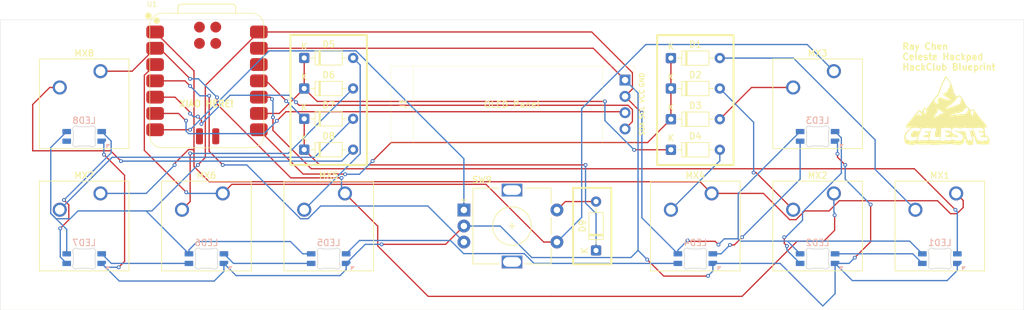
<source format=kicad_pcb>
(kicad_pcb (version 20241229) (generator "pcbnew") (generator_version "9.0")
  (layers (0 "F.Cu" signal) (2 "B.Cu" signal) (13 "F.Paste" user) (15 "B.Paste" user) (5 "F.SilkS" user "F.Silkscreen") (7 "B.SilkS" user "B.Silkscreen") (1 "F.Mask" user) (3 "B.Mask" user) (25 "Edge.Cuts" user))
  (net 0 "")
  (net 1 "row1")
  (net 2 "Net-(D1-A)")
  (net 3 "Net-(D2-A)")
  (net 4 "Net-(D3-A)")
  (net 5 "Net-(D4-A)")
  (net 6 "row2")
  (net 7 "Net-(D5-A)")
  (net 8 "Net-(D6-A)")
  (net 9 "Net-(D7-A)")
  (net 10 "row3")
  (net 11 "Net-(D8-A)")
  (net 12 "EC11SWA")
  (net 13 "VCC")
  (net 14 "led")
  (net 15 "Net-(LED1-DOUT)")
  (net 16 "GND")
  (net 17 "Net-(LED2-DOUT)")
  (net 18 "Net-(LED3-DOUT)")
  (net 19 "Net-(LED4-DOUT)")
  (net 20 "Net-(LED5-DOUT)")
  (net 21 "Net-(LED6-DOUT)")
  (net 22 "Net-(LED7-DOUT)")
  (net 24 "SCL")
  (net 25 "SDA")
  (net 26 "col1")
  (net 27 "col2")
  (net 28 "EC11SWB")
  (net 29 "EC11B")
  (net 30 "EC11A")
  (footprint "Button_Switch_Keyboard:SW_Cherry_MX_1.00u_PCB" (layer "F.Cu") (at 51.3557 43.7356)
    (property "Reference" "MX8")
    (property "Value" "MX_SW_HS")
  )
  (footprint "Diode_THT:D_DO-35_SOD27_P7.62mm_Horizontal" (layer "F.Cu") (at 140.2556 51.2188)
    (property "Reference" "D3")
    (property "Value" "D")
  )
  (footprint "Button_Switch_Keyboard:SW_Cherry_MX_1.00u_PCB" (layer "F.Cu") (at 184.7057 62.7856)
    (property "Reference" "MX1")
    (property "Value" "MX_SW_HS")
  )
  (footprint "Diode_THT:D_DO-35_SOD27_P7.62mm_Horizontal" (layer "F.Cu") (at 83.1056 55.9594)
    (property "Reference" "D8")
    (property "Value" "D")
  )
  (footprint "XIAO:RotaryEncoder_Alps_EC11E-Switch_Vertical_H20mm" (layer "F.Cu") (at 115.4907 67.8656)
    (property "Reference" "SW9")
    (property "Value" "EC11")
  )
  (footprint "Button_Switch_Keyboard:SW_Cherry_MX_1.00u_PCB" (layer "F.Cu") (at 70.4057 62.7856)
    (property "Reference" "MX6")
    (property "Value" "MX_SW_HS")
  )
  (footprint "Diode_THT:D_DO-35_SOD27_P7.62mm_Horizontal" (layer "F.Cu") (at 83.1056 41.6719)
    (property "Reference" "D5")
    (property "Value" "D")
  )
  (footprint "Button_Switch_Keyboard:SW_Cherry_MX_1.00u_PCB" (layer "F.Cu") (at 165.6557 43.7356)
    (property "Reference" "MX3")
    (property "Value" "MX_SW_HS")
  )
  (footprint "Diode_THT:D_DO-35_SOD27_P7.62mm_Horizontal" (layer "F.Cu") (at 128.5875 71.6756 90)
    (property "Reference" "D9")
    (property "Value" "D")
  )
  (footprint "Diode_THT:D_DO-35_SOD27_P7.62mm_Horizontal" (layer "F.Cu") (at 83.1056 51.1531)
    (property "Reference" "D7")
    (property "Value" "D")
  )
  (footprint "Diode_THT:D_DO-35_SOD27_P7.62mm_Horizontal" (layer "F.Cu") (at 83.1056 46.4344)
    (property "Reference" "D6")
    (property "Value" "D")
  )
  (footprint "XIAO:XIAO-RP2040-SMD" (layer "F.Cu") (at 67.8657 45.2438)
    (property "Reference" "U1")
    (property "Value" "XIAO-RP2040-SMD")
  )
  (footprint "local:celeste_logo" (layer "F.Cu") (at 183.35625 50.00625)
    (property "Reference" "G***" (hide yes))
    (property "Value" "LOGO" (hide yes))
  )
  (footprint "Button_Switch_Keyboard:SW_Cherry_MX_1.00u_PCB" (layer "F.Cu") (at 146.6057 62.7856)
    (property "Reference" "MX4")
    (property "Value" "MX_SW_HS")
  )
  (footprint "OLED:SSD1306-0.91-OLED-4pin-128x32" (layer "F.Cu") (at 96.6056 42.9306)
    (property "Reference" "J1")
    (property "Value" "OLED")
  )
  (footprint "Diode_THT:D_DO-35_SOD27_P7.62mm_Horizontal" (layer "F.Cu") (at 140.2556 46.4344)
    (property "Reference" "D2")
    (property "Value" "D")
  )
  (footprint "Button_Switch_Keyboard:SW_Cherry_MX_1.00u_PCB" (layer "F.Cu") (at 165.6557 62.7856)
    (property "Reference" "MX2")
    (property "Value" "MX_SW_HS")
  )
  (footprint "Diode_THT:D_DO-35_SOD27_P7.62mm_Horizontal" (layer "F.Cu") (at 140.2556 41.6938)
    (property "Reference" "D1")
    (property "Value" "D")
  )
  (footprint "Button_Switch_Keyboard:SW_Cherry_MX_1.00u_PCB" (layer "F.Cu") (at 51.3557 62.7856)
    (property "Reference" "MX7")
    (property "Value" "MX_SW_HS")
  )
  (footprint "Button_Switch_Keyboard:SW_Cherry_MX_1.00u_PCB" (layer "F.Cu") (at 89.4557 62.7856)
    (property "Reference" "MX5")
    (property "Value" "MX_SW_HS")
  )
  (footprint "Diode_THT:D_DO-35_SOD27_P7.62mm_Horizontal" (layer "F.Cu") (at 140.2556 55.9813)
    (property "Reference" "D4")
    (property "Value" "D")
  )
  (footprint "MX:LED_MX_6028R" (layer "B.Cu") (at 67.8657 67.8656 180)
    (property "Reference" "LED6")
    (property "Value" "MX_SK6812MINI-E")
    (fp_line (start 1.699999 -5.782841) (end 1.699999 -4.377157) (stroke (width 0.1)) (layer "Edge.Cuts"))
    (fp_line (start 0.794452 -3.58) (end -0.794453 -3.58) (stroke (width 0.1)) (layer "Edge.Cuts"))
    (fp_line (start -0.794452 -6.579999) (end 0.794452 -6.579999) (stroke (width 0.1)) (layer "Edge.Cuts"))
    (fp_line (start -1.699999 -4.377157) (end -1.699999 -5.782841) (stroke (width 0.1)) (layer "Edge.Cuts"))
    (fp_arc (start 1.749484 -4.160279) (mid 1.712526 -4.265931) (end 1.699999 -4.377157) (stroke (width 0.1)) (layer "Edge.Cuts"))
    (fp_arc (start 1.749484 -4.160279) (mid 1.638072 -3.575964) (end 1.046711 -3.5117) (stroke (width 0.1)) (layer "Edge.Cuts"))
    (fp_arc (start 1.699999 -5.782842) (mid 1.712536 -5.894064) (end 1.749484 -5.999719) (stroke (width 0.1)) (layer "Edge.Cuts"))
    (fp_arc (start 1.046711 -6.648296) (mid 1.63807 -6.584033) (end 1.749484 -5.999719) (stroke (width 0.1)) (layer "Edge.Cuts"))
    (fp_arc (start 1.04671 -6.648298) (mid 0.925122 -6.597376) (end 0.794452 -6.579999) (stroke (width 0.1)) (layer "Edge.Cuts"))
    (fp_arc (start 0.794453 -3.579999) (mid 0.925123 -3.562622) (end 1.046711 -3.5117) (stroke (width 0.1)) (layer "Edge.Cuts"))
    (fp_arc (start -0.794452 -6.579999) (mid -0.925123 -6.597376) (end -1.046711 -6.648298) (stroke (width 0.1)) (layer "Edge.Cuts"))
    (fp_arc (start -1.046711 -3.511701) (mid -0.925123 -3.562623) (end -0.794453 -3.58) (stroke (width 0.1)) (layer "Edge.Cuts"))
    (fp_arc (start -1.046711 -3.511701) (mid -1.63807 -3.575965) (end -1.749484 -4.160279) (stroke (width 0.1)) (layer "Edge.Cuts"))
    (fp_arc (start -1.699999 -4.377156) (mid -1.712527 -4.265931) (end -1.749484 -4.160279) (stroke (width 0.1)) (layer "Edge.Cuts"))
    (fp_arc (start -1.749484 -5.999718) (mid -1.638072 -6.584034) (end -1.046711 -6.648298) (stroke (width 0.1)) (layer "Edge.Cuts"))
    (fp_arc (start -1.749484 -5.999719) (mid -1.712527 -5.894067) (end -1.699999 -5.782841) (stroke (width 0.1)) (layer "Edge.Cuts"))
  )
  (footprint "MX:LED_MX_6028R" (layer "B.Cu") (at 182.1657 67.8656 180)
    (property "Reference" "LED1")
    (property "Value" "MX_SK6812MINI-E")
    (fp_line (start 1.699999 -5.782841) (end 1.699999 -4.377157) (stroke (width 0.1)) (layer "Edge.Cuts"))
    (fp_line (start 0.794452 -3.58) (end -0.794453 -3.58) (stroke (width 0.1)) (layer "Edge.Cuts"))
    (fp_line (start -0.794452 -6.579999) (end 0.794452 -6.579999) (stroke (width 0.1)) (layer "Edge.Cuts"))
    (fp_line (start -1.699999 -4.377157) (end -1.699999 -5.782841) (stroke (width 0.1)) (layer "Edge.Cuts"))
    (fp_arc (start 1.749484 -4.160279) (mid 1.712526 -4.265931) (end 1.699999 -4.377157) (stroke (width 0.1)) (layer "Edge.Cuts"))
    (fp_arc (start 1.749484 -4.160279) (mid 1.638072 -3.575964) (end 1.046711 -3.5117) (stroke (width 0.1)) (layer "Edge.Cuts"))
    (fp_arc (start 1.699999 -5.782842) (mid 1.712536 -5.894064) (end 1.749484 -5.999719) (stroke (width 0.1)) (layer "Edge.Cuts"))
    (fp_arc (start 1.046711 -6.648296) (mid 1.63807 -6.584033) (end 1.749484 -5.999719) (stroke (width 0.1)) (layer "Edge.Cuts"))
    (fp_arc (start 1.04671 -6.648298) (mid 0.925122 -6.597376) (end 0.794452 -6.579999) (stroke (width 0.1)) (layer "Edge.Cuts"))
    (fp_arc (start 0.794453 -3.579999) (mid 0.925123 -3.562622) (end 1.046711 -3.5117) (stroke (width 0.1)) (layer "Edge.Cuts"))
    (fp_arc (start -0.794452 -6.579999) (mid -0.925123 -6.597376) (end -1.046711 -6.648298) (stroke (width 0.1)) (layer "Edge.Cuts"))
    (fp_arc (start -1.046711 -3.511701) (mid -0.925123 -3.562623) (end -0.794453 -3.58) (stroke (width 0.1)) (layer "Edge.Cuts"))
    (fp_arc (start -1.046711 -3.511701) (mid -1.63807 -3.575965) (end -1.749484 -4.160279) (stroke (width 0.1)) (layer "Edge.Cuts"))
    (fp_arc (start -1.699999 -4.377156) (mid -1.712527 -4.265931) (end -1.749484 -4.160279) (stroke (width 0.1)) (layer "Edge.Cuts"))
    (fp_arc (start -1.749484 -5.999718) (mid -1.638072 -6.584034) (end -1.046711 -6.648298) (stroke (width 0.1)) (layer "Edge.Cuts"))
    (fp_arc (start -1.749484 -5.999719) (mid -1.712527 -5.894067) (end -1.699999 -5.782841) (stroke (width 0.1)) (layer "Edge.Cuts"))
  )
  (footprint "MX:LED_MX_6028R" (layer "B.Cu") (at 48.8157 67.8656 180)
    (property "Reference" "LED7")
    (property "Value" "MX_SK6812MINI-E")
    (fp_line (start 1.699999 -5.782841) (end 1.699999 -4.377157) (stroke (width 0.1)) (layer "Edge.Cuts"))
    (fp_line (start 0.794452 -3.58) (end -0.794453 -3.58) (stroke (width 0.1)) (layer "Edge.Cuts"))
    (fp_line (start -0.794452 -6.579999) (end 0.794452 -6.579999) (stroke (width 0.1)) (layer "Edge.Cuts"))
    (fp_line (start -1.699999 -4.377157) (end -1.699999 -5.782841) (stroke (width 0.1)) (layer "Edge.Cuts"))
    (fp_arc (start 1.749484 -4.160279) (mid 1.712526 -4.265931) (end 1.699999 -4.377157) (stroke (width 0.1)) (layer "Edge.Cuts"))
    (fp_arc (start 1.749484 -4.160279) (mid 1.638072 -3.575964) (end 1.046711 -3.5117) (stroke (width 0.1)) (layer "Edge.Cuts"))
    (fp_arc (start 1.699999 -5.782842) (mid 1.712536 -5.894064) (end 1.749484 -5.999719) (stroke (width 0.1)) (layer "Edge.Cuts"))
    (fp_arc (start 1.046711 -6.648296) (mid 1.63807 -6.584033) (end 1.749484 -5.999719) (stroke (width 0.1)) (layer "Edge.Cuts"))
    (fp_arc (start 1.04671 -6.648298) (mid 0.925122 -6.597376) (end 0.794452 -6.579999) (stroke (width 0.1)) (layer "Edge.Cuts"))
    (fp_arc (start 0.794453 -3.579999) (mid 0.925123 -3.562622) (end 1.046711 -3.5117) (stroke (width 0.1)) (layer "Edge.Cuts"))
    (fp_arc (start -0.794452 -6.579999) (mid -0.925123 -6.597376) (end -1.046711 -6.648298) (stroke (width 0.1)) (layer "Edge.Cuts"))
    (fp_arc (start -1.046711 -3.511701) (mid -0.925123 -3.562623) (end -0.794453 -3.58) (stroke (width 0.1)) (layer "Edge.Cuts"))
    (fp_arc (start -1.046711 -3.511701) (mid -1.63807 -3.575965) (end -1.749484 -4.160279) (stroke (width 0.1)) (layer "Edge.Cuts"))
    (fp_arc (start -1.699999 -4.377156) (mid -1.712527 -4.265931) (end -1.749484 -4.160279) (stroke (width 0.1)) (layer "Edge.Cuts"))
    (fp_arc (start -1.749484 -5.999718) (mid -1.638072 -6.584034) (end -1.046711 -6.648298) (stroke (width 0.1)) (layer "Edge.Cuts"))
    (fp_arc (start -1.749484 -5.999719) (mid -1.712527 -5.894067) (end -1.699999 -5.782841) (stroke (width 0.1)) (layer "Edge.Cuts"))
  )
  (footprint "MX:LED_MX_6028R" (layer "B.Cu") (at 48.8157 48.8156 180)
    (property "Reference" "LED8")
    (property "Value" "MX_SK6812MINI-E")
    (fp_line (start 1.699999 -5.782841) (end 1.699999 -4.377157) (stroke (width 0.1)) (layer "Edge.Cuts"))
    (fp_line (start 0.794452 -3.58) (end -0.794453 -3.58) (stroke (width 0.1)) (layer "Edge.Cuts"))
    (fp_line (start -0.794452 -6.579999) (end 0.794452 -6.579999) (stroke (width 0.1)) (layer "Edge.Cuts"))
    (fp_line (start -1.699999 -4.377157) (end -1.699999 -5.782841) (stroke (width 0.1)) (layer "Edge.Cuts"))
    (fp_arc (start 1.749484 -4.160279) (mid 1.712526 -4.265931) (end 1.699999 -4.377157) (stroke (width 0.1)) (layer "Edge.Cuts"))
    (fp_arc (start 1.749484 -4.160279) (mid 1.638072 -3.575964) (end 1.046711 -3.5117) (stroke (width 0.1)) (layer "Edge.Cuts"))
    (fp_arc (start 1.699999 -5.782842) (mid 1.712536 -5.894064) (end 1.749484 -5.999719) (stroke (width 0.1)) (layer "Edge.Cuts"))
    (fp_arc (start 1.046711 -6.648296) (mid 1.63807 -6.584033) (end 1.749484 -5.999719) (stroke (width 0.1)) (layer "Edge.Cuts"))
    (fp_arc (start 1.04671 -6.648298) (mid 0.925122 -6.597376) (end 0.794452 -6.579999) (stroke (width 0.1)) (layer "Edge.Cuts"))
    (fp_arc (start 0.794453 -3.579999) (mid 0.925123 -3.562622) (end 1.046711 -3.5117) (stroke (width 0.1)) (layer "Edge.Cuts"))
    (fp_arc (start -0.794452 -6.579999) (mid -0.925123 -6.597376) (end -1.046711 -6.648298) (stroke (width 0.1)) (layer "Edge.Cuts"))
    (fp_arc (start -1.046711 -3.511701) (mid -0.925123 -3.562623) (end -0.794453 -3.58) (stroke (width 0.1)) (layer "Edge.Cuts"))
    (fp_arc (start -1.046711 -3.511701) (mid -1.63807 -3.575965) (end -1.749484 -4.160279) (stroke (width 0.1)) (layer "Edge.Cuts"))
    (fp_arc (start -1.699999 -4.377156) (mid -1.712527 -4.265931) (end -1.749484 -4.160279) (stroke (width 0.1)) (layer "Edge.Cuts"))
    (fp_arc (start -1.749484 -5.999718) (mid -1.638072 -6.584034) (end -1.046711 -6.648298) (stroke (width 0.1)) (layer "Edge.Cuts"))
    (fp_arc (start -1.749484 -5.999719) (mid -1.712527 -5.894067) (end -1.699999 -5.782841) (stroke (width 0.1)) (layer "Edge.Cuts"))
  )
  (footprint "MX:LED_MX_6028R" (layer "B.Cu") (at 163.1157 48.8156 180)
    (property "Reference" "LED3")
    (property "Value" "MX_SK6812MINI-E")
    (fp_line (start 1.699999 -5.782841) (end 1.699999 -4.377157) (stroke (width 0.1)) (layer "Edge.Cuts"))
    (fp_line (start 0.794452 -3.58) (end -0.794453 -3.58) (stroke (width 0.1)) (layer "Edge.Cuts"))
    (fp_line (start -0.794452 -6.579999) (end 0.794452 -6.579999) (stroke (width 0.1)) (layer "Edge.Cuts"))
    (fp_line (start -1.699999 -4.377157) (end -1.699999 -5.782841) (stroke (width 0.1)) (layer "Edge.Cuts"))
    (fp_arc (start 1.749484 -4.160279) (mid 1.712526 -4.265931) (end 1.699999 -4.377157) (stroke (width 0.1)) (layer "Edge.Cuts"))
    (fp_arc (start 1.749484 -4.160279) (mid 1.638072 -3.575964) (end 1.046711 -3.5117) (stroke (width 0.1)) (layer "Edge.Cuts"))
    (fp_arc (start 1.699999 -5.782842) (mid 1.712536 -5.894064) (end 1.749484 -5.999719) (stroke (width 0.1)) (layer "Edge.Cuts"))
    (fp_arc (start 1.046711 -6.648296) (mid 1.63807 -6.584033) (end 1.749484 -5.999719) (stroke (width 0.1)) (layer "Edge.Cuts"))
    (fp_arc (start 1.04671 -6.648298) (mid 0.925122 -6.597376) (end 0.794452 -6.579999) (stroke (width 0.1)) (layer "Edge.Cuts"))
    (fp_arc (start 0.794453 -3.579999) (mid 0.925123 -3.562622) (end 1.046711 -3.5117) (stroke (width 0.1)) (layer "Edge.Cuts"))
    (fp_arc (start -0.794452 -6.579999) (mid -0.925123 -6.597376) (end -1.046711 -6.648298) (stroke (width 0.1)) (layer "Edge.Cuts"))
    (fp_arc (start -1.046711 -3.511701) (mid -0.925123 -3.562623) (end -0.794453 -3.58) (stroke (width 0.1)) (layer "Edge.Cuts"))
    (fp_arc (start -1.046711 -3.511701) (mid -1.63807 -3.575965) (end -1.749484 -4.160279) (stroke (width 0.1)) (layer "Edge.Cuts"))
    (fp_arc (start -1.699999 -4.377156) (mid -1.712527 -4.265931) (end -1.749484 -4.160279) (stroke (width 0.1)) (layer "Edge.Cuts"))
    (fp_arc (start -1.749484 -5.999718) (mid -1.638072 -6.584034) (end -1.046711 -6.648298) (stroke (width 0.1)) (layer "Edge.Cuts"))
    (fp_arc (start -1.749484 -5.999719) (mid -1.712527 -5.894067) (end -1.699999 -5.782841) (stroke (width 0.1)) (layer "Edge.Cuts"))
  )
  (footprint "MX:LED_MX_6028R" (layer "B.Cu") (at 86.9157 67.8656 180)
    (property "Reference" "LED5")
    (property "Value" "MX_SK6812MINI-E")
    (fp_line (start 1.699999 -5.782841) (end 1.699999 -4.377157) (stroke (width 0.1)) (layer "Edge.Cuts"))
    (fp_line (start 0.794452 -3.58) (end -0.794453 -3.58) (stroke (width 0.1)) (layer "Edge.Cuts"))
    (fp_line (start -0.794452 -6.579999) (end 0.794452 -6.579999) (stroke (width 0.1)) (layer "Edge.Cuts"))
    (fp_line (start -1.699999 -4.377157) (end -1.699999 -5.782841) (stroke (width 0.1)) (layer "Edge.Cuts"))
    (fp_arc (start 1.749484 -4.160279) (mid 1.712526 -4.265931) (end 1.699999 -4.377157) (stroke (width 0.1)) (layer "Edge.Cuts"))
    (fp_arc (start 1.749484 -4.160279) (mid 1.638072 -3.575964) (end 1.046711 -3.5117) (stroke (width 0.1)) (layer "Edge.Cuts"))
    (fp_arc (start 1.699999 -5.782842) (mid 1.712536 -5.894064) (end 1.749484 -5.999719) (stroke (width 0.1)) (layer "Edge.Cuts"))
    (fp_arc (start 1.046711 -6.648296) (mid 1.63807 -6.584033) (end 1.749484 -5.999719) (stroke (width 0.1)) (layer "Edge.Cuts"))
    (fp_arc (start 1.04671 -6.648298) (mid 0.925122 -6.597376) (end 0.794452 -6.579999) (stroke (width 0.1)) (layer "Edge.Cuts"))
    (fp_arc (start 0.794453 -3.579999) (mid 0.925123 -3.562622) (end 1.046711 -3.5117) (stroke (width 0.1)) (layer "Edge.Cuts"))
    (fp_arc (start -0.794452 -6.579999) (mid -0.925123 -6.597376) (end -1.046711 -6.648298) (stroke (width 0.1)) (layer "Edge.Cuts"))
    (fp_arc (start -1.046711 -3.511701) (mid -0.925123 -3.562623) (end -0.794453 -3.58) (stroke (width 0.1)) (layer "Edge.Cuts"))
    (fp_arc (start -1.046711 -3.511701) (mid -1.63807 -3.575965) (end -1.749484 -4.160279) (stroke (width 0.1)) (layer "Edge.Cuts"))
    (fp_arc (start -1.699999 -4.377156) (mid -1.712527 -4.265931) (end -1.749484 -4.160279) (stroke (width 0.1)) (layer "Edge.Cuts"))
    (fp_arc (start -1.749484 -5.999718) (mid -1.638072 -6.584034) (end -1.046711 -6.648298) (stroke (width 0.1)) (layer "Edge.Cuts"))
    (fp_arc (start -1.749484 -5.999719) (mid -1.712527 -5.894067) (end -1.699999 -5.782841) (stroke (width 0.1)) (layer "Edge.Cuts"))
  )
  (footprint "MX:LED_MX_6028R" (layer "B.Cu") (at 163.1157 67.8656 180)
    (property "Reference" "LED2")
    (property "Value" "MX_SK6812MINI-E")
    (fp_line (start 1.699999 -5.782841) (end 1.699999 -4.377157) (stroke (width 0.1)) (layer "Edge.Cuts"))
    (fp_line (start 0.794452 -3.58) (end -0.794453 -3.58) (stroke (width 0.1)) (layer "Edge.Cuts"))
    (fp_line (start -0.794452 -6.579999) (end 0.794452 -6.579999) (stroke (width 0.1)) (layer "Edge.Cuts"))
    (fp_line (start -1.699999 -4.377157) (end -1.699999 -5.782841) (stroke (width 0.1)) (layer "Edge.Cuts"))
    (fp_arc (start 1.749484 -4.160279) (mid 1.712526 -4.265931) (end 1.699999 -4.377157) (stroke (width 0.1)) (layer "Edge.Cuts"))
    (fp_arc (start 1.749484 -4.160279) (mid 1.638072 -3.575964) (end 1.046711 -3.5117) (stroke (width 0.1)) (layer "Edge.Cuts"))
    (fp_arc (start 1.699999 -5.782842) (mid 1.712536 -5.894064) (end 1.749484 -5.999719) (stroke (width 0.1)) (layer "Edge.Cuts"))
    (fp_arc (start 1.046711 -6.648296) (mid 1.63807 -6.584033) (end 1.749484 -5.999719) (stroke (width 0.1)) (layer "Edge.Cuts"))
    (fp_arc (start 1.04671 -6.648298) (mid 0.925122 -6.597376) (end 0.794452 -6.579999) (stroke (width 0.1)) (layer "Edge.Cuts"))
    (fp_arc (start 0.794453 -3.579999) (mid 0.925123 -3.562622) (end 1.046711 -3.5117) (stroke (width 0.1)) (layer "Edge.Cuts"))
    (fp_arc (start -0.794452 -6.579999) (mid -0.925123 -6.597376) (end -1.046711 -6.648298) (stroke (width 0.1)) (layer "Edge.Cuts"))
    (fp_arc (start -1.046711 -3.511701) (mid -0.925123 -3.562623) (end -0.794453 -3.58) (stroke (width 0.1)) (layer "Edge.Cuts"))
    (fp_arc (start -1.046711 -3.511701) (mid -1.63807 -3.575965) (end -1.749484 -4.160279) (stroke (width 0.1)) (layer "Edge.Cuts"))
    (fp_arc (start -1.699999 -4.377156) (mid -1.712527 -4.265931) (end -1.749484 -4.160279) (stroke (width 0.1)) (layer "Edge.Cuts"))
    (fp_arc (start -1.749484 -5.999718) (mid -1.638072 -6.584034) (end -1.046711 -6.648298) (stroke (width 0.1)) (layer "Edge.Cuts"))
    (fp_arc (start -1.749484 -5.999719) (mid -1.712527 -5.894067) (end -1.699999 -5.782841) (stroke (width 0.1)) (layer "Edge.Cuts"))
  )
  (footprint "MX:LED_MX_6028R" (layer "B.Cu") (at 144.0657 67.8656 180)
    (property "Reference" "LED4")
    (property "Value" "MX_SK6812MINI-E")
    (fp_line (start 1.699999 -5.782841) (end 1.699999 -4.377157) (stroke (width 0.1)) (layer "Edge.Cuts"))
    (fp_line (start 0.794452 -3.58) (end -0.794453 -3.58) (stroke (width 0.1)) (layer "Edge.Cuts"))
    (fp_line (start -0.794452 -6.579999) (end 0.794452 -6.579999) (stroke (width 0.1)) (layer "Edge.Cuts"))
    (fp_line (start -1.699999 -4.377157) (end -1.699999 -5.782841) (stroke (width 0.1)) (layer "Edge.Cuts"))
    (fp_arc (start 1.749484 -4.160279) (mid 1.712526 -4.265931) (end 1.699999 -4.377157) (stroke (width 0.1)) (layer "Edge.Cuts"))
    (fp_arc (start 1.749484 -4.160279) (mid 1.638072 -3.575964) (end 1.046711 -3.5117) (stroke (width 0.1)) (layer "Edge.Cuts"))
    (fp_arc (start 1.699999 -5.782842) (mid 1.712536 -5.894064) (end 1.749484 -5.999719) (stroke (width 0.1)) (layer "Edge.Cuts"))
    (fp_arc (start 1.046711 -6.648296) (mid 1.63807 -6.584033) (end 1.749484 -5.999719) (stroke (width 0.1)) (layer "Edge.Cuts"))
    (fp_arc (start 1.04671 -6.648298) (mid 0.925122 -6.597376) (end 0.794452 -6.579999) (stroke (width 0.1)) (layer "Edge.Cuts"))
    (fp_arc (start 0.794453 -3.579999) (mid 0.925123 -3.562622) (end 1.046711 -3.5117) (stroke (width 0.1)) (layer "Edge.Cuts"))
    (fp_arc (start -0.794452 -6.579999) (mid -0.925123 -6.597376) (end -1.046711 -6.648298) (stroke (width 0.1)) (layer "Edge.Cuts"))
    (fp_arc (start -1.046711 -3.511701) (mid -0.925123 -3.562623) (end -0.794453 -3.58) (stroke (width 0.1)) (layer "Edge.Cuts"))
    (fp_arc (start -1.046711 -3.511701) (mid -1.63807 -3.575965) (end -1.749484 -4.160279) (stroke (width 0.1)) (layer "Edge.Cuts"))
    (fp_arc (start -1.699999 -4.377156) (mid -1.712527 -4.265931) (end -1.749484 -4.160279) (stroke (width 0.1)) (layer "Edge.Cuts"))
    (fp_arc (start -1.749484 -5.999718) (mid -1.638072 -6.584034) (end -1.046711 -6.648298) (stroke (width 0.1)) (layer "Edge.Cuts"))
    (fp_arc (start -1.749484 -5.999719) (mid -1.712527 -5.894067) (end -1.699999 -5.782841) (stroke (width 0.1)) (layer "Edge.Cuts"))
  )
  (gr_rect (start 125.015625 61.9125) (end 130.96875 73.81875) (stroke (width 0.3)) (fill no) (layer "F.SilkS"))
  (gr_rect (start 80.96245 38.1) (end 92.8687 58.340625) (stroke (width 0.3)) (fill no) (layer "F.SilkS"))
  (gr_rect (start 138.1125 38.1219) (end 150.01875 58.362525) (stroke (width 0.3)) (fill no) (layer "F.SilkS"))
  (gr_rect (start 35.71875 35.71875) (end 195.2625 80.9625) (stroke (width 0.05)) (fill no) (layer "Edge.Cuts"))
  (gr_text "XIAO HERE!" (at 67.865625 48.815625 0) (layer "F.SilkS") (effects (font (size 1 1) (thickness 0.2) (bold yes))))
  (gr_text "Ray Chen\nCeleste Hackpad\nHackClub Blueprint" (at 176.2125 39.290625 0) (layer "F.SilkS") (effects (font (size 1 1) (thickness 0.2) (bold yes)) (justify left top)))
  (segment (start 96.643225 54.8584) (end 93.76 57.741625) (width 0.2) (layer "F.Cu") (net 1))
  (segment (start 82.9305 59.7636) (end 76.0307 52.8638) (width 0.2) (layer "F.Cu") (net 1))
  (segment (start 140.2556 51.2188) (end 136.616 54.8584) (width 0.2) (layer "F.Cu") (net 1))
  (segment (start 136.616 54.8584) (end 96.643225 54.8584) (width 0.2) (layer "F.Cu") (net 1))
  (segment (start 140.2556 46.4344) (end 140.2556 41.6938) (width 0.2) (layer "F.Cu") (net 1))
  (segment (start 89.445603 59.7636) (end 82.9305 59.7636) (width 0.2) (layer "F.Cu") (net 1))
  (segment (start 89.480916 59.798913) (end 89.445603 59.7636) (width 0.2) (layer "F.Cu") (net 1))
  (segment (start 140.2556 51.2188) (end 140.2556 46.4344) (width 0.2) (layer "F.Cu") (net 1))
  (via (at 89.480916 59.798913) (size 0.6) (drill 0.3) (layers "F.Cu" "B.Cu") (net 1))
  (via (at 93.76 57.741625) (size 0.6) (drill 0.3) (layers "F.Cu" "B.Cu") (net 1))
  (segment (start 91.702712 59.798913) (end 89.480916 59.798913) (width 0.2) (layer "B.Cu") (net 1))
  (segment (start 93.76 57.741625) (end 91.702712 59.798913) (width 0.2) (layer "B.Cu") (net 1))
  (segment (start 159.3438 41.6938) (end 172.08 54.43) (width 0.2) (layer "B.Cu") (net 2))
  (segment (start 172.08 54.43) (end 172.08 59.0499) (width 0.2) (layer "B.Cu") (net 2))
  (segment (start 147.8756 41.6938) (end 159.3438 41.6938) (width 0.2) (layer "B.Cu") (net 2))
  (segment (start 172.08 59.0499) (end 178.3557 65.3256) (width 0.2) (layer "B.Cu") (net 2))
  (segment (start 153.521725 59.541625) (end 153.146147 59.541625) (width 0.2) (layer "F.Cu") (net 3))
  (segment (start 159.3057 65.3256) (end 153.521725 59.541625) (width 0.2) (layer "F.Cu") (net 3))
  (via (at 153.146147 59.541625) (size 0.6) (drill 0.3) (layers "F.Cu" "B.Cu") (net 3))
  (segment (start 153.146147 59.541625) (end 153.146147 51.704947) (width 0.2) (layer "B.Cu") (net 3))
  (segment (start 153.146147 51.704947) (end 147.8756 46.4344) (width 0.2) (layer "B.Cu") (net 3))
  (segment (start 147.8756 51.2188) (end 152.8188 46.2756) (width 0.2) (layer "F.Cu") (net 4))
  (segment (start 152.8188 46.2756) (end 159.3057 46.2756) (width 0.2) (layer "F.Cu") (net 4))
  (segment (start 147.8756 55.9813) (end 147.8756 57.7057) (width 0.2) (layer "B.Cu") (net 5))
  (segment (start 147.8756 57.7057) (end 140.2557 65.3256) (width 0.2) (layer "B.Cu") (net 5))
  (segment (start 83.1056 41.6719) (end 83.1056 46.4344) (width 0.2) (layer "F.Cu") (net 6))
  (segment (start 83.1056 46.4344) (end 85.1208 48.4496) (width 0.2) (layer "F.Cu") (net 6))
  (segment (start 85.1208 48.4496) (end 129.97 48.4496) (width 0.2) (layer "F.Cu") (net 6))
  (segment (start 76.0307 50.3238) (end 79.2162 50.3238) (width 0.2) (layer "F.Cu") (net 6))
  (segment (start 134.53025 56) (end 134.54895 55.9813) (width 0.2) (layer "F.Cu") (net 6))
  (segment (start 79.2162 50.3238) (end 83.1056 46.4344) (width 0.2) (layer "F.Cu") (net 6))
  (segment (start 134.54895 55.9813) (end 140.2556 55.9813) (width 0.2) (layer "F.Cu") (net 6))
  (via (at 134.53025 56) (size 0.6) (drill 0.3) (layers "F.Cu" "B.Cu") (net 6))
  (via (at 129.97 48.4496) (size 0.6) (drill 0.3) (layers "F.Cu" "B.Cu") (net 6))
  (segment (start 129.97 48.4496) (end 129.97 51.43975) (width 0.2) (layer "B.Cu") (net 6))
  (segment (start 129.97 51.43975) (end 134.53025 56) (width 0.2) (layer "B.Cu") (net 6))
  (segment (start 91.8266 42.7729) (end 90.7256 41.6719) (width 0.2) (layer "B.Cu") (net 7))
  (segment (start 83.1057 65.3256) (end 91.8266 56.6047) (width 0.2) (layer "B.Cu") (net 7))
  (segment (start 91.8266 56.6047) (end 91.8266 42.7729) (width 0.2) (layer "B.Cu") (net 7))
  (segment (start 65.3267 64.0546) (end 64.0557 65.3256) (width 0.2) (layer "F.Cu") (net 8))
  (segment (start 65.3267 56.55) (end 65.3267 64.0546) (width 0.2) (layer "F.Cu") (net 8))
  (via (at 65.3267 56.55) (size 0.6) (drill 0.3) (layers "F.Cu" "B.Cu") (net 8))
  (segment (start 90.7256 46.4344) (end 80.61 56.55) (width 0.2) (layer "B.Cu") (net 8))
  (segment (start 80.61 56.55) (end 65.3267 56.55) (width 0.2) (layer "B.Cu") (net 8))
  (segment (start 90.7256 51.1531) (end 84.7287 57.15) (width 0.2) (layer "B.Cu") (net 9))
  (segment (start 53.1813 57.15) (end 45.0057 65.3256) (width 0.2) (layer "B.Cu") (net 9))
  (segment (start 84.7287 57.15) (end 53.1813 57.15) (width 0.2) (layer "B.Cu") (net 9))
  (segment (start 77.1838 45.2438) (end 80.290735 48.350735) (width 0.2) (layer "F.Cu") (net 10))
  (segment (start 83.1056 51.1531) (end 83.1056 55.9594) (width 0.2) (layer "F.Cu") (net 10))
  (segment (start 85.487825 58.341625) (end 126.95 58.341625) (width 0.2) (layer "F.Cu") (net 10))
  (segment (start 83.1056 55.9594) (end 85.487825 58.341625) (width 0.2) (layer "F.Cu") (net 10))
  (segment (start 80.290735 48.350735) (end 80.290735 48.400735) (width 0.2) (layer "F.Cu") (net 10))
  (segment (start 76.0307 45.2438) (end 77.1838 45.2438) (width 0.2) (layer "F.Cu") (net 10))
  (via (at 80.290735 48.400735) (size 0.6) (drill 0.3) (layers "F.Cu" "B.Cu") (net 10))
  (via (at 126.95 58.341625) (size 0.6) (drill 0.3) (layers "F.Cu" "B.Cu") (net 10))
  (segment (start 126.95 64.29) (end 128.5875 65.9275) (width 0.2) (layer "B.Cu") (net 10))
  (segment (start 128.5875 65.9275) (end 128.5875 71.6756) (width 0.2) (layer "B.Cu") (net 10))
  (segment (start 80.353235 48.400735) (end 83.1056 51.1531) (width 0.2) (layer "B.Cu") (net 10))
  (segment (start 126.95 58.341625) (end 126.95 64.29) (width 0.2) (layer "B.Cu") (net 10))
  (segment (start 80.290735 48.400735) (end 80.353235 48.400735) (width 0.2) (layer "B.Cu") (net 10))
  (segment (start 40.79 48.93) (end 43.4444 46.2756) (width 0.2) (layer "F.Cu") (net 11))
  (segment (start 43.4444 46.2756) (end 45.0057 46.2756) (width 0.2) (layer "F.Cu") (net 11))
  (segment (start 54.54 57.75) (end 52.93 56.14) (width 0.2) (layer "F.Cu") (net 11))
  (segment (start 52.93 56.14) (end 40.79 56.14) (width 0.2) (layer "F.Cu") (net 11))
  (segment (start 40.79 56.14) (end 40.79 48.93) (width 0.2) (layer "F.Cu") (net 11))
  (via (at 54.54 57.75) (size 0.6) (drill 0.3) (layers "F.Cu" "B.Cu") (net 11))
  (segment (start 88.935 57.75) (end 54.54 57.75) (width 0.2) (layer "B.Cu") (net 11))
  (segment (start 90.7256 55.9594) (end 88.935 57.75) (width 0.2) (layer "B.Cu") (net 11))
  (segment (start 122.4907 65.3656) (end 123.8007 64.0556) (width 0.2) (layer "F.Cu") (net 12))
  (segment (start 123.8007 64.0556) (end 128.5875 64.0556) (width 0.2) (layer "F.Cu") (net 12))
  (segment (start 133.1056 47.6606) (end 135.73125 50.28625) (width 0.2) (layer "F.Cu") (net 13))
  (segment (start 133.1056 47.6606) (end 134.2566 46.5096) (width 0.2) (layer "F.Cu") (net 13))
  (segment (start 134.2566 43.9696) (end 127.9108 37.6238) (width 0.2) (layer "F.Cu") (net 13))
  (segment (start 147.14 70.25) (end 147.66 70.77) (width 0.2) (layer "F.Cu") (net 13))
  (segment (start 142.851574 70.10801) (end 142.993564 70.25) (width 0.2) (layer "F.Cu") (net 13))
  (segment (start 134.2566 46.5096) (end 134.2566 43.9696) (width 0.2) (layer "F.Cu") (net 13))
  (segment (start 142.993564 70.25) (end 147.14 70.25) (width 0.2) (layer "F.Cu") (net 13))
  (segment (start 66.53 58.35) (end 67.69 57.19) (width 0.2) (layer "F.Cu") (net 13))
  (segment (start 67.69 45.9645) (end 76.0307 37.6238) (width 0.2) (layer "F.Cu") (net 13))
  (segment (start 67.69 57.19) (end 67.69 45.9645) (width 0.2) (layer "F.Cu") (net 13))
  (segment (start 127.9108 37.6238) (end 76.0307 37.6238) (width 0.2) (layer "F.Cu") (net 13))
  (via (at 147.66 70.77) (size 0.6) (drill 0.3) (layers "F.Cu" "B.Cu") (net 13))
  (via (at 142.851574 70.10801) (size 0.6) (drill 0.3) (layers "F.Cu" "B.Cu") (net 13))
  (via (at 66.53 58.35) (size 0.6) (drill 0.3) (layers "F.Cu" "B.Cu") (net 13))
  (via (at 135.73025 50.1975) (size 0.6) (drill 0.3) (layers "F.Cu" "B.Cu") (net 13))
  (segment (start 160.3907 72.1956) (end 158.4117 70.2166) (width 0.2) (layer "B.Cu") (net 13))
  (segment (start 43.6047 55.6316) (end 43.6047 65.905914) (width 0.2) (layer "B.Cu") (net 13))
  (segment (start 141.3407 71.618884) (end 142.851574 70.10801) (width 0.2) (layer "B.Cu") (net 13))
  (segment (start 44.425386 66.7266) (end 46.629884 66.7266) (width 0.2) (layer "B.Cu") (net 13))
  (segment (start 46.0907 53.1456) (end 43.6047 55.6316) (width 0.2) (layer "B.Cu") (net 13))
  (segment (start 177.4617 70.2166) (end 179.4407 72.1956) (width 0.2) (layer "B.Cu") (net 13))
  (segment (start 66.44 70.28) (end 80.96 70.28) (width 0.2) (layer "B.Cu") (net 13))
  (segment (start 47.841884 65.5146) (end 58.4597 65.5146) (width 0.2) (layer "B.Cu") (net 13))
  (segment (start 148.564457 69.865543) (end 150.739 69.865543) (width 0.2) (layer "B.Cu") (net 13))
  (segment (start 82.8756 72.1956) (end 84.1907 72.1956) (width 0.2) (layer "B.Cu") (net 13))
  (segment (start 65.1407 71.5793) (end 66.44 70.28) (width 0.2) (layer "B.Cu") (net 13))
  (segment (start 59.3654 65.5146) (end 66.53 58.35) (width 0.2) (layer "B.Cu") (net 13))
  (segment (start 65.1407 72.1956) (end 65.1407 71.5793) (width 0.2) (layer "B.Cu") (net 13))
  (segment (start 135.73125 66.58615) (end 135.73125 50.1985) (width 0.2) (layer "B.Cu") (net 13))
  (segment (start 80.96 70.28) (end 82.8756 72.1956) (width 0.2) (layer "B.Cu") (net 13))
  (segment (start 46.629884 66.7266) (end 47.841884 65.5146) (width 0.2) (layer "B.Cu") (net 13))
  (segment (start 43.6047 65.905914) (end 44.425386 66.7266) (width 0.2) (layer "B.Cu") (net 13))
  (segment (start 46.0907 68.391914) (end 46.0907 72.1956) (width 0.2) (layer "B.Cu") (net 13))
  (segment (start 150.739 62.7973) (end 160.3907 53.1456) (width 0.2) (layer "B.Cu") (net 13))
  (segment (start 158.4117 70.2166) (end 151.090057 70.2166) (width 0.2) (layer "B.Cu") (net 13))
  (segment (start 158.4117 70.2166) (end 177.4617 70.2166) (width 0.2) (layer "B.Cu") (net 13))
  (segment (start 141.3407 72.1956) (end 141.3407 71.618884) (width 0.2) (layer "B.Cu") (net 13))
  (segment (start 43.6047 65.905914) (end 46.0907 68.391914) (width 0.2) (layer "B.Cu") (net 13))
  (segment (start 141.3407 72.1956) (end 135.73125 66.58615) (width 0.2) (layer "B.Cu") (net 13))
  (segment (start 151.090057 70.2166) (end 150.739 69.865543) (width 0.2) (layer "B.Cu") (net 13))
  (segment (start 135.73125 50.1985) (end 135.73025 50.1975) (width 0.2) (layer "B.Cu") (net 13))
  (segment (start 58.4597 65.5146) (end 59.3654 65.5146) (width 0.2) (layer "B.Cu") (net 13))
  (segment (start 58.4597 65.5146) (end 65.1407 72.1956) (width 0.2) (layer "B.Cu") (net 13))
  (segment (start 147.66 70.77) (end 148.564457 69.865543) (width 0.2) (layer "B.Cu") (net 13))
  (segment (start 150.739 69.865543) (end 150.739 62.7973) (width 0.2) (layer "B.Cu") (net 13))
  (segment (start 78.23 52.96996) (end 78.23 50.9238) (width 0.2) (layer "F.Cu") (net 14))
  (segment (start 77.7738 47.7838) (end 76.0307 47.7838) (width 0.2) (layer "F.Cu") (net 14))
  (segment (start 184.59 65.34) (end 178.191625 58.941625) (width 0.2) (layer "F.Cu") (net 14))
  (segment (start 84.201665 58.941625) (end 78.23 52.96996) (width 0.2) (layer "F.Cu") (net 14))
  (segment (start 78.08 48.09) (end 77.7738 47.7838) (width 0.2) (layer "F.Cu") (net 14))
  (segment (start 178.191625 58.941625) (end 84.201665 58.941625) (width 0.2) (layer "F.Cu") (net 14))
  (via (at 78.08 48.09) (size 0.6) (drill 0.3) (layers "F.Cu" "B.Cu") (net 14))
  (via (at 184.59 65.34) (size 0.6) (drill 0.3) (layers "F.Cu" "B.Cu") (net 14))
  (via (at 78.23 50.9238) (size 0.6) (drill 0.3) (layers "F.Cu" "B.Cu") (net 14))
  (segment (start 184.8907 65.6407) (end 184.59 65.34) (width 0.2) (layer "B.Cu") (net 14))
  (segment (start 184.8907 72.1956) (end 184.8907 65.6407) (width 0.2) (layer "B.Cu") (net 14))
  (segment (start 78.23 50.9238) (end 78.23 48.24) (width 0.2) (layer "B.Cu") (net 14))
  (segment (start 78.23 48.24) (end 78.08 48.09) (width 0.2) (layer "B.Cu") (net 14))
  (segment (start 165.8407 72.1956) (end 177.9407 72.1956) (width 0.2) (layer "B.Cu") (net 15))
  (segment (start 177.9407 72.1956) (end 179.4407 73.6956) (width 0.2) (layer "B.Cu") (net 15))
  (segment (start 145.97 75.67) (end 146 75.67) (width 0.2) (layer "F.Cu") (net 16))
  (segment (start 139.1344 75.67) (end 145.97 75.67) (width 0.2) (layer "F.Cu") (net 16))
  (segment (start 107.9907 67.8656) (end 105.1363 70.72) (width 0.2) (layer "F.Cu") (net 16))
  (segment (start 55.11 73.3756) (end 55.11 59.955757) (width 0.2) (layer "F.Cu") (net 16))
  (segment (start 166.2167 57.141625) (end 166.2167 56.62) (width 0.2) (layer "F.Cu") (net 16))
  (segment (start 54.19 74.2956) (end 55.11 73.3756) (width 0.2) (layer "F.Cu") (net 16))
  (segment (start 171.38 70.3256) (end 171.38 64.5246) (width 0.2) (layer "F.Cu") (net 16))
  (segment (start 55.11 59.955757) (end 51.894243 56.74) (width 0.2) (layer "F.Cu") (net 16))
  (segment (start 167.4167 58.341625) (end 166.2167 57.141625) (width 0.2) (layer "F.Cu") (net 16))
  (segment (start 105.1363 70.72) (end 95.16 70.72) (width 0.2) (layer "F.Cu") (net 16))
  (segment (start 168.91 72.7956) (end 171.38 70.3256) (width 0.2) (layer "F.Cu") (net 16))
  (segment (start 146 75.67) (end 146.04 75.63) (width 0.2) (layer "F.Cu") (net 16))
  (segment (start 76.0307 40.1638) (end 128.1488 40.1638) (width 0.2) (layer "F.Cu") (net 16))
  (segment (start 136.56 73.0956) (end 139.1344 75.67) (width 0.2) (layer "F.Cu") (net 16))
  (segment (start 128.1488 40.1638) (end 133.1056 45.1206) (width 0.2) (layer "F.Cu") (net 16))
  (via (at 54.19 74.2956) (size 0.6) (drill 0.3) (layers "F.Cu" "B.Cu") (net 16))
  (via (at 166.2167 56.62) (size 0.6) (drill 0.3) (layers "F.Cu" "B.Cu") (net 16))
  (via (at 168.91 72.7956) (size 0.6) (drill 0.3) (layers "F.Cu" "B.Cu") (net 16))
  (via (at 51.894243 56.74) (size 0.6) (drill 0.3) (layers "F.Cu" "B.Cu") (net 16))
  (via (at 95.16 70.72) (size 0.6) (drill 0.3) (layers "F.Cu" "B.Cu") (net 16))
  (via (at 146.04 75.63) (size 0.6) (drill 0.3) (layers "F.Cu" "B.Cu") (net 16))
  (via (at 136.56 73.0956) (size 0.6) (drill 0.3) (layers "F.Cu" "B.Cu") (net 16))
  (via (at 167.4167 58.341625) (size 0.6) (drill 0.3) (layers "F.Cu" "B.Cu") (net 16))
  (via (at 171.38 64.5246) (size 0.6) (drill 0.3) (layers "F.Cu" "B.Cu") (net 16))
  (segment (start 118.5708 72.7766) (end 113.6598 67.8656) (width 0.2) (layer "B.Cu") (net 16))
  (segment (start 165.8407 73.6956) (end 168.5151 76.37) (width 0.2) (layer "B.Cu") (net 16))
  (segment (start 113.6598 67.8656) (end 107.9907 67.8656) (width 0.2) (layer "B.Cu") (net 16))
  (segment (start 166.2167 55.0216) (end 165.8407 54.6456) (width 0.2) (layer "B.Cu") (net 16))
  (segment (start 168.5151 76.37) (end 183.3 76.37) (width 0.2) (layer "B.Cu") (net 16))
  (segment (start 95.16 70.72) (end 92.6163 70.72) (width 0.2) (layer "B.Cu") (net 16))
  (segment (start 51.5407 73.6956) (end 54.2851 76.44) (width 0.2) (layer "B.Cu") (net 16))
  (segment (start 167.4167 60.5613) (end 167.4167 58.341625) (width 0.2) (layer "B.Cu") (net 16))
  (segment (start 134.0195 72.7766) (end 118.5708 72.7766) (width 0.2) (layer "B.Cu") (net 16))
  (segment (start 183.3 76.37) (end 184.8907 74.7793) (width 0.2) (layer "B.Cu") (net 16))
  (segment (start 135.13025 71.66585) (end 134.0195 72.7766) (width 0.2) (layer "B.Cu") (net 16))
  (segment (start 184.8907 74.7793) (end 184.8907 73.6956) (width 0.2) (layer "B.Cu") (net 16))
  (segment (start 171.38 64.5246) (end 167.4167 60.5613) (width 0.2) (layer "B.Cu") (net 16))
  (segment (start 70.5907 73.6956) (end 72.4851 75.59) (width 0.2) (layer "B.Cu") (net 16))
  (segment (start 165.8407 78.4093) (end 165.8407 73.6956) (width 0.2) (layer "B.Cu") (net 16))
  (segment (start 166.2167 56.62) (end 166.2167 55.0216) (width 0.2) (layer "B.Cu") (net 16))
  (segment (start 135.13025 71.66585) (end 136.56 73.0956) (width 0.2) (layer "B.Cu") (net 16))
  (segment (start 146.7907 73.6956) (end 157.2856 73.6956) (width 0.2) (layer "B.Cu") (net 16))
  (segment (start 157.2856 73.6956) (end 163.92 80.33) (width 0.2) (layer "B.Cu") (net 16))
  (segment (start 92.6163 70.72) (end 89.6407 73.6956) (width 0.2) (layer "B.Cu") (net 16))
  (segment (start 163.92 80.33) (end 165.8407 78.4093) (width 0.2) (layer "B.Cu") (net 16))
  (segment (start 133.1056 45.1206) (end 135.13025 47.14525) (width 0.2) (layer "B.Cu") (net 16))
  (segment (start 165.8407 73.6956) (end 168.01 73.6956) (width 0.2) (layer "B.Cu") (net 16))
  (segment (start 72.4851 75.59) (end 88.69 75.59) (width 0.2) (layer "B.Cu") (net 16))
  (segment (start 168.01 73.6956) (end 168.91 72.7956) (width 0.2) (layer "B.Cu") (net 16))
  (segment (start 52.1407 74.2956) (end 54.19 74.2956) (width 0.2) (layer "B.Cu") (net 16))
  (segment (start 51.894243 56.74) (end 51.88 56.725757) (width 0.2) (layer "B.Cu") (net 16))
  (segment (start 146.04 75.63) (end 146.7907 74.8793) (width 0.2) (layer "B.Cu") (net 16))
  (segment (start 88.69 75.59) (end 89.6407 74.6393) (width 0.2) (layer "B.Cu") (net 16))
  (segment (start 146.7907 74.8793) (end 146.7907 73.6956) (width 0.2) (layer "B.Cu") (net 16))
  (segment (start 89.6407 74.6393) (end 89.6407 73.6956) (width 0.2) (layer "B.Cu") (net 16))
  (segment (start 51.88 54.9849) (end 51.5407 54.6456) (width 0.2) (layer "B.Cu") (net 16))
  (segment (start 135.13025 47.14525) (end 135.13025 71.66585) (width 0.2) (layer "B.Cu") (net 16))
  (segment (start 69.08 76.44) (end 70.5907 74.9293) (width 0.2) (layer "B.Cu") (net 16))
  (segment (start 54.2851 76.44) (end 69.08 76.44) (width 0.2) (layer "B.Cu") (net 16))
  (segment (start 51.5407 73.6956) (end 52.1407 74.2956) (width 0.2) (layer "B.Cu") (net 16))
  (segment (start 51.88 56.725757) (end 51.88 54.9849) (width 0.2) (layer "B.Cu") (net 16))
  (segment (start 70.5907 74.9293) (end 70.5907 73.6956) (width 0.2) (layer "B.Cu") (net 16))
  (segment (start 157.92 70.57343) (end 158.333285 70.986715) (width 0.2) (layer "F.Cu") (net 17))
  (segment (start 157.92 69.6166) (end 157.92 70.57343) (width 0.2) (layer "F.Cu") (net 17))
  (via (at 158.333285 70.986715) (size 0.6) (drill 0.3) (layers "F.Cu" "B.Cu") (net 17))
  (via (at 157.92 69.6166) (size 0.6) (drill 0.3) (layers "F.Cu" "B.Cu") (net 17))
  (segment (start 160.7647 65.695286) (end 160.7647 66.9709) (width 0.2) (layer "B.Cu") (net 17))
  (segment (start 158.333285 70.986715) (end 158.333285 71.638185) (width 0.2) (layer "B.Cu") (net 17))
  (segment (start 165.8407 53.1456) (end 166.8167 54.1216) (width 0.2) (layer "B.Cu") (net 17))
  (segment (start 158.119 69.6166) (end 157.92 69.6166) (width 0.2) (layer "B.Cu") (net 17))
  (segment (start 158.333285 71.638185) (end 160.3907 73.6956) (width 0.2) (layer "B.Cu") (net 17))
  (segment (start 160.7647 66.9709) (end 158.119 69.6166) (width 0.2) (layer "B.Cu") (net 17))
  (segment (start 166.8167 54.1216) (end 166.8167 59.643286) (width 0.2) (layer "B.Cu") (net 17))
  (segment (start 166.8167 59.643286) (end 160.7647 65.695286) (width 0.2) (layer "B.Cu") (net 17))
  (segment (start 151.34 69.6166) (end 150.14 70.8166) (width 0.2) (layer "F.Cu") (net 18))
  (segment (start 150.14 70.8166) (end 149.46 70.8166) (width 0.2) (layer "F.Cu") (net 18))
  (via (at 149.46 70.8166) (size 0.6) (drill 0.3) (layers "F.Cu" "B.Cu") (net 18))
  (via (at 151.34 69.6166) (size 0.6) (drill 0.3) (layers "F.Cu" "B.Cu") (net 18))
  (segment (start 148.081 72.1956) (end 146.7907 72.1956) (width 0.2) (layer "B.Cu") (net 18))
  (segment (start 149.46 70.8166) (end 148.081 72.1956) (width 0.2) (layer "B.Cu") (net 18))
  (segment (start 160.3907 54.6456) (end 160.3907 60.5659) (width 0.2) (layer "B.Cu") (net 18))
  (segment (start 160.3907 60.5659) (end 151.34 69.6166) (width 0.2) (layer "B.Cu") (net 18))
  (segment (start 89.6407 72.1956) (end 91.7173 70.119) (width 0.2) (layer "B.Cu") (net 19))
  (segment (start 105.904208 70.119) (end 107.949808 72.1646) (width 0.2) (layer "B.Cu") (net 19))
  (segment (start 117.3917 72.1646) (end 118.9227 73.6956) (width 0.2) (layer "B.Cu") (net 19))
  (segment (start 118.9227 73.6956) (end 141.3407 73.6956) (width 0.2) (layer "B.Cu") (net 19))
  (segment (start 107.949808 72.1646) (end 117.3917 72.1646) (width 0.2) (layer "B.Cu") (net 19))
  (segment (start 91.7173 70.119) (end 105.904208 70.119) (width 0.2) (layer "B.Cu") (net 19))
  (segment (start 70.5907 72.1956) (end 72.0907 73.6956) (width 0.2) (layer "B.Cu") (net 20))
  (segment (start 72.0907 73.6956) (end 84.1907 73.6956) (width 0.2) (layer "B.Cu") (net 20))
  (segment (start 65.1407 73.6956) (end 53.0407 73.6956) (width 0.2) (layer "B.Cu") (net 21))
  (segment (start 53.0407 73.6956) (end 51.5407 72.1956) (width 0.2) (layer "B.Cu") (net 21))
  (segment (start 46.414723 64.559232) (end 46.414723 66.906836) (width 0.2) (layer "F.Cu") (net 22))
  (segment (start 45.669131 63.81364) (end 46.414723 64.559232) (width 0.2) (layer "F.Cu") (net 22))
  (segment (start 46.414723 66.906836) (end 45.085909 68.23565) (width 0.2) (layer "F.Cu") (net 22))
  (via (at 45.669131 63.81364) (size 0.6) (drill 0.3) (layers "F.Cu" "B.Cu") (net 22))
  (via (at 45.085909 68.23565) (size 0.6) (drill 0.3) (layers "F.Cu" "B.Cu") (net 22))
  (segment (start 45.085909 68.23565) (end 45.085909 72.690809) (width 0.2) (layer "B.Cu") (net 22))
  (segment (start 53.0152 54.6201) (end 53.0152 56.467571) (width 0.2) (layer "B.Cu") (net 22))
  (segment (start 45.085909 72.690809) (end 46.0907 73.6956) (width 0.2) (layer "B.Cu") (net 22))
  (segment (start 53.0152 56.467571) (end 45.669131 63.81364) (width 0.2) (layer "B.Cu") (net 22))
  (segment (start 51.5407 53.1456) (end 53.0152 54.6201) (width 0.2) (layer "B.Cu") (net 22))
  (segment (start 133.1056 50.2006) (end 132.9571 50.0521) (width 0.2) (layer "F.Cu") (net 24))
  (segment (start 64.65 51.45) (end 63.5238 50.3238) (width 0.2) (layer "F.Cu") (net 24))
  (segment (start 80.261076 50.0521) (end 78.83 51.483176) (width 0.2) (layer "F.Cu") (net 24))
  (segment (start 132.9571 50.0521) (end 80.261076 50.0521) (width 0.2) (layer "F.Cu") (net 24))
  (segment (start 64.69 51.45) (end 64.65 51.45) (width 0.2) (layer "F.Cu") (net 24))
  (segment (start 63.5238 50.3238) (end 59.8657 50.3238) (width 0.2) (layer "F.Cu") (net 24))
  (via (at 64.69 51.45) (size 0.6) (drill 0.3) (layers "F.Cu" "B.Cu") (net 24))
  (via (at 78.83 51.483176) (size 0.6) (drill 0.3) (layers "F.Cu" "B.Cu") (net 24))
  (segment (start 64.69 53.077043) (end 64.69 51.45) (width 0.2) (layer "B.Cu") (net 24))
  (segment (start 78.83 51.483176) (end 76.848376 53.4648) (width 0.2) (layer "B.Cu") (net 24))
  (segment (start 65.077757 53.4648) (end 64.69 53.077043) (width 0.2) (layer "B.Cu") (net 24))
  (segment (start 76.848376 53.4648) (end 65.077757 53.4648) (width 0.2) (layer "B.Cu") (net 24))
  (segment (start 65.3267 50.141) (end 62.9695 47.7838) (width 0.2) (layer "F.Cu") (net 25))
  (segment (start 67.09 51.949027) (end 67.09 51.378572) (width 0.2) (layer "F.Cu") (net 25))
  (segment (start 62.9695 47.7838) (end 59.8657 47.7838) (width 0.2) (layer "F.Cu") (net 25))
  (segment (start 133.58236 49.0496) (end 82.2996 49.0496) (width 0.2) (layer "F.Cu") (net 25))
  (segment (start 134.2566 51.5896) (end 134.2566 49.72384) (width 0.2) (layer "F.Cu") (net 25))
  (segment (start 65.3267 50.34) (end 65.3267 50.141) (width 0.2) (layer "F.Cu") (net 25))
  (segment (start 133.1056 52.7406) (end 134.2566 51.5896) (width 0.2) (layer "F.Cu") (net 25))
  (segment (start 67.09 51.378572) (end 66.5267 50.815272) (width 0.2) (layer "F.Cu") (net 25))
  (segment (start 82.2996 49.0496) (end 81.819265 48.569265) (width 0.2) (layer "F.Cu") (net 25))
  (segment (start 134.2566 49.72384) (end 133.58236 49.0496) (width 0.2) (layer "F.Cu") (net 25))
  (via (at 81.819265 48.569265) (size 0.6) (drill 0.3) (layers "F.Cu" "B.Cu") (net 25))
  (via (at 66.5267 50.815272) (size 0.6) (drill 0.3) (layers "F.Cu" "B.Cu") (net 25))
  (via (at 67.09 51.949027) (size 0.6) (drill 0.3) (layers "F.Cu" "B.Cu") (net 25))
  (via (at 65.3267 50.34) (size 0.6) (drill 0.3) (layers "F.Cu" "B.Cu") (net 25))
  (segment (start 66.5267 50.815272) (end 65.801972 50.815272) (width 0.2) (layer "B.Cu") (net 25))
  (segment (start 65.801972 50.815272) (end 65.3267 50.34) (width 0.2) (layer "B.Cu") (net 25))
  (segment (start 71.550027 47.489) (end 67.09 51.949027) (width 0.2) (layer "B.Cu") (net 25))
  (segment (start 80.739 47.489) (end 71.550027 47.489) (width 0.2) (layer "B.Cu") (net 25))
  (segment (start 81.819265 48.569265) (end 80.739 47.489) (width 0.2) (layer "B.Cu") (net 25))
  (segment (start 62.91 58.35) (end 62.91 58.116757) (width 0.2) (layer "F.Cu") (net 26))
  (segment (start 164.908014 65.5146) (end 161.098014 65.5146) (width 0.2) (layer "F.Cu") (net 26))
  (segment (start 185.805699 64.974244) (end 184.838943 65.941) (width 0.2) (layer "F.Cu") (net 26))
  (segment (start 183.821 65.941) (end 181.8046 63.9246) (width 0.2) (layer "F.Cu") (net 26))
  (segment (start 159.742614 66.87) (end 158.76 66.87) (width 0.2) (layer "F.Cu") (net 26))
  (segment (start 65.9267 58.596643) (end 68.294657 60.9646) (width 0.2) (layer "F.Cu") (net 26))
  (segment (start 166.498014 63.9246) (end 164.908014 65.5146) (width 0.2) (layer "F.Cu") (net 26))
  (segment (start 181.8046 63.9246) (end 166.498014 63.9246) (width 0.2) (layer "F.Cu") (net 26))
  (segment (start 161.098014 65.5146) (end 159.742614 66.87) (width 0.2) (layer "F.Cu") (net 26))
  (segment (start 154.6756 62.7856) (end 146.6057 62.7856) (width 0.2) (layer "F.Cu") (net 26))
  (segment (start 158.76 66.87) (end 154.6756 62.7856) (width 0.2) (layer "F.Cu") (net 26))
  (segment (start 184.838943 65.941) (end 183.821 65.941) (width 0.2) (layer "F.Cu") (net 26))
  (segment (start 65.9267 43.6848) (end 65.9267 56.14) (width 0.2) (layer "F.Cu") (net 26))
  (segment (start 65.9267 56.14) (end 65.9267 58.596643) (width 0.2) (layer "F.Cu") (net 26))
  (segment (start 185.805699 63.885599) (end 185.805699 64.974244) (width 0.2) (layer "F.Cu") (net 26))
  (segment (start 65.077757 55.949) (end 65.7357 55.949) (width 0.2) (layer "F.Cu") (net 26))
  (segment (start 184.7057 62.7856) (end 185.805699 63.885599) (width 0.2) (layer "F.Cu") (net 26))
  (segment (start 62.91 58.116757) (end 65.077757 55.949) (width 0.2) (layer "F.Cu") (net 26))
  (segment (start 59.8657 37.6238) (end 65.9267 43.6848) (width 0.2) (layer "F.Cu") (net 26))
  (segment (start 144.7847 60.9646) (end 146.6057 62.7856) (width 0.2) (layer "F.Cu") (net 26))
  (segment (start 65.7357 55.949) (end 65.9267 56.14) (width 0.2) (layer "F.Cu") (net 26))
  (segment (start 68.294657 60.9646) (end 144.7847 60.9646) (width 0.2) (layer "F.Cu") (net 26))
  (via (at 62.91 58.35) (size 0.6) (drill 0.3) (layers "F.Cu" "B.Cu") (net 26))
  (segment (start 51.3557 62.7856) (end 58.4744 62.7856) (width 0.2) (layer "B.Cu") (net 26))
  (segment (start 58.4744 62.7856) (end 62.91 58.35) (width 0.2) (layer "B.Cu") (net 26))
  (segment (start 94.559 67.8889) (end 94.559 70.968943) (width 0.2) (layer "F.Cu") (net 27))
  (segment (start 165.77 68.536116) (end 165.77 66.17) (width 0.2) (layer "F.Cu") (net 27))
  (segment (start 51.3557 43.7356) (end 56.2939 43.7356) (width 0.2) (layer "F.Cu") (net 27))
  (segment (start 151.339943 78.83) (end 159.953343 70.2166) (width 0.2) (layer "F.Cu") (net 27))
  (segment (start 69.520985 48.869143) (end 81.016442 60.3646) (width 0.2) (layer "F.Cu") (net 27))
  (segment (start 159.953343 70.2166) (end 164.089516 70.2166) (width 0.2) (layer "F.Cu") (net 27))
  (segment (start 164.089516 70.2166) (end 165.77 68.536116) (width 0.2) (layer "F.Cu") (net 27))
  (segment (start 89.4557 62.7856) (end 94.559 67.8889) (width 0.2) (layer "F.Cu") (net 27))
  (segment (start 56.2939 43.7356) (end 59.8657 40.1638) (width 0.2) (layer "F.Cu") (net 27))
  (segment (start 102.420057 78.83) (end 121.66 78.83) (width 0.2) (layer "F.Cu") (net 27))
  (segment (start 69.520985 47.820986) (end 69.520985 48.869143) (width 0.2) (layer "F.Cu") (net 27))
  (segment (start 81.016442 60.3646) (end 88.915228 60.3646) (width 0.2) (layer "F.Cu") (net 27))
  (segment (start 59.8657 40.1638) (end 60.5605 40.1638) (width 0.2) (layer "F.Cu") (net 27))
  (segment (start 60.5605 40.1638) (end 65.3267 44.93) (width 0.2) (layer "F.Cu") (net 27))
  (segment (start 94.559 70.968943) (end 102.420057 78.83) (width 0.2) (layer "F.Cu") (net 27))
  (segment (start 121.66 78.83) (end 151.339943 78.83) (width 0.2) (layer "F.Cu") (net 27))
  (via (at 69.520985 47.820986) (size 0.6) (drill 0.3) (layers "F.Cu" "B.Cu") (net 27))
  (via (at 65.3267 44.93) (size 0.6) (drill 0.3) (layers "F.Cu" "B.Cu") (net 27))
  (via (at 88.915228 60.3646) (size 0.6) (drill 0.3) (layers "F.Cu" "B.Cu") (net 27))
  (via (at 165.77 66.17) (size 0.6) (drill 0.3) (layers "F.Cu" "B.Cu") (net 27))
  (segment (start 165.6557 65.6957) (end 165.6557 62.7856) (width 0.2) (layer "B.Cu") (net 27))
  (segment (start 165.77 66.17) (end 165.77 65.81) (width 0.2) (layer "B.Cu") (net 27))
  (segment (start 88.915228 60.3646) (end 88.915228 62.245128) (width 0.2) (layer "B.Cu") (net 27))
  (segment (start 65.3267 44.93) (end 66.629999 44.93) (width 0.2) (layer "B.Cu") (net 27))
  (segment (start 88.915228 62.245128) (end 89.4557 62.7856) (width 0.2) (layer "B.Cu") (net 27))
  (segment (start 165.77 65.81) (end 165.6557 65.6957) (width 0.2) (layer "B.Cu") (net 27))
  (segment (start 66.629999 44.93) (end 69.520985 47.820986) (width 0.2) (layer "B.Cu") (net 27))
  (segment (start 111.4253 61.3656) (end 71.8257 61.3656) (width 0.2) (layer "F.Cu") (net 28))
  (segment (start 58.1897 56.073) (end 64.7267 62.61) (width 0.2) (layer "F.Cu") (net 28))
  (segment (start 71.8257 61.3656) (end 70.4057 62.7856) (width 0.2) (layer "F.Cu") (net 28))
  (segment (start 122.4907 70.3656) (end 120.4253 70.3656) (width 0.2) (layer "F.Cu") (net 28))
  (segment (start 58.1897 44.3798) (end 58.1897 56.073) (width 0.2) (layer "F.Cu") (net 28))
  (segment (start 59.8657 42.7038) (end 58.1897 44.3798) (width 0.2) (layer "F.Cu") (net 28))
  (segment (start 120.4253 70.3656) (end 111.4253 61.3656) (width 0.2) (layer "F.Cu") (net 28))
  (via (at 64.7267 62.61) (size 0.6) (drill 0.3) (layers "F.Cu" "B.Cu") (net 28))
  (segment (start 64.9023 62.7856) (end 70.4057 62.7856) (width 0.2) (layer "B.Cu") (net 28))
  (segment (start 64.7267 62.61) (end 64.9023 62.7856) (width 0.2) (layer "B.Cu") (net 28))
  (segment (start 126.349 66.5073) (end 126.349 49.5752) (width 0.2) (layer "B.Cu") (net 28))
  (segment (start 126.349 49.5752) (end 136.3442 39.58) (width 0.2) (layer "B.Cu") (net 28))
  (segment (start 136.3442 39.58) (end 161.5001 39.58) (width 0.2) (layer "B.Cu") (net 28))
  (segment (start 122.4907 70.3656) (end 126.349 66.5073) (width 0.2) (layer "B.Cu") (net 28))
  (segment (start 161.5001 39.58) (end 165.6557 43.7356) (width 0.2) (layer "B.Cu") (net 28))
  (segment (start 65.3267 46.05) (end 64.5205 45.2438) (width 0.2) (layer "F.Cu") (net 29))
  (segment (start 68.29 56.23) (end 68.29 47.57) (width 0.2) (layer "F.Cu") (net 29))
  (segment (start 70.41 58.35) (end 68.29 56.23) (width 0.2) (layer "F.Cu") (net 29))
  (segment (start 64.5205 45.2438) (end 59.8657 45.2438) (width 0.2) (layer "F.Cu") (net 29))
  (via (at 65.3267 46.05) (size 0.6) (drill 0.3) (layers "F.Cu" "B.Cu") (net 29))
  (via (at 68.29 47.57) (size 0.6) (drill 0.3) (layers "F.Cu" "B.Cu") (net 29))
  (via (at 70.41 58.35) (size 0.6) (drill 0.3) (layers "F.Cu" "B.Cu") (net 29))
  (segment (start 85.667328 64.745286) (end 83.686014 66.7266) (width 0.2) (layer "B.Cu") (net 29))
  (segment (start 66.8467 47.57) (end 65.3267 46.05) (width 0.2) (layer "B.Cu") (net 29))
  (segment (start 82.525386 66.7266) (end 74.148786 58.35) (width 0.2) (layer "B.Cu") (net 29))
  (segment (start 102.370386 64.745286) (end 85.667328 64.745286) (width 0.2) (layer "B.Cu") (net 29))
  (segment (start 68.29 47.57) (end 66.8467 47.57) (width 0.2) (layer "B.Cu") (net 29))
  (segment (start 83.686014 66.7266) (end 82.525386 66.7266) (width 0.2) (layer "B.Cu") (net 29))
  (segment (start 107.9907 70.3656) (end 102.370386 64.745286) (width 0.2) (layer "B.Cu") (net 29))
  (segment (start 74.148786 58.35) (end 70.41 58.35) (width 0.2) (layer "B.Cu") (net 29))
  (segment (start 59.8657 52.8638) (end 65.3267 52.8638) (width 0.2) (layer "F.Cu") (net 30))
  (via (at 65.3267 52.8638) (size 0.6) (drill 0.3) (layers "F.Cu" "B.Cu") (net 30))
  (segment (start 65.3267 52.8638) (end 77.6196 40.5709) (width 0.2) (layer "B.Cu") (net 30))
  (segment (start 91.18165 40.5709) (end 107.9907 57.37995) (width 0.2) (layer "B.Cu") (net 30))
  (segment (start 77.6196 40.5709) (end 91.18165 40.5709) (width 0.2) (layer "B.Cu") (net 30))
  (segment (start 107.9907 57.37995) (end 107.9907 65.3656) (width 0.2) (layer "B.Cu") (net 30))
)
</source>
